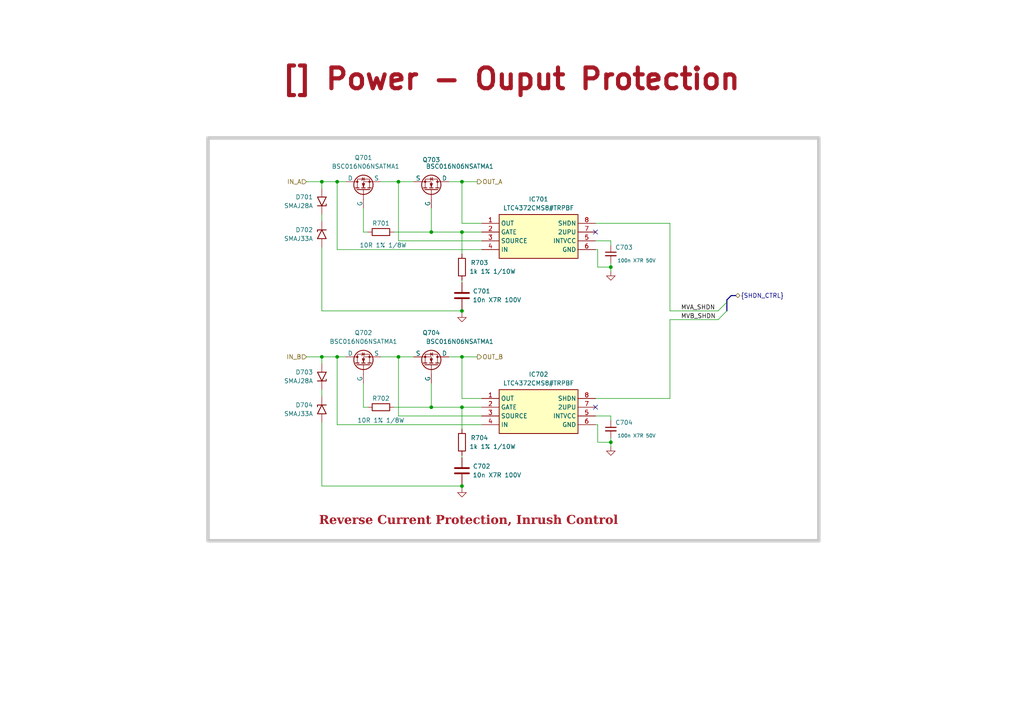
<source format=kicad_sch>
(kicad_sch (version 20231120) (generator "eeschema") (generator_version "8.0")
  (paper "A4")
  (title_block (title "Power - Ouput Protection") (date "Last Modified Date") (rev "${REVISION}") (company "${COMPANY}"))
  (lib_symbols
    (symbol "Device:C" (pin_numbers hide) (pin_names (offset 0.254))
      (property "Reference" "C" (at 0.635 2.54 0))
      (property "Value" "C" (at 0.635 -2.54 0))
      (symbol "C_0_1"
        (polyline (pts (xy -2.032 -0.762) (xy 2.032 -0.762)) (stroke (width 0.508)))
        (polyline (pts (xy -2.032 0.762) (xy 2.032 0.762)) (stroke (width 0.508)))
      )
      (symbol "C_1_1"
        (pin passive line (at 0 3.81 270) (length 2.794) (name "~") (number "1"))
        (pin passive line (at 0 -3.81 90) (length 2.794) (name "~") (number "2"))
      )
    )
    (symbol "Device:C_Small" (pin_numbers hide) (pin_names (offset 0.254) hide)
      (property "Reference" "C" (at 0.254 1.778 0))
      (property "Value" "C_Small" (at 0.254 -2.032 0))
      (symbol "C_Small_0_1"
        (polyline (pts (xy -1.524 -0.508) (xy 1.524 -0.508)) (stroke (width 0.3302)))
        (polyline (pts (xy -1.524 0.508) (xy 1.524 0.508)) (stroke (width 0.3048)))
      )
      (symbol "C_Small_1_1"
        (pin passive line (at 0 2.54 270) (length 2.032) (name "~") (number "1"))
        (pin passive line (at 0 -2.54 90) (length 2.032) (name "~") (number "2"))
      )
    )
    (symbol "Device:R" (pin_numbers hide) (pin_names (offset 0))
      (property "Reference" "R" (at 2.032 0 90))
      (property "Value" "R" (at 0 0 90))
      (symbol "R_0_1"
        (rectangle (start -1.016 -2.54) (end 1.016 2.54) (stroke (width 0.254)))
      )
      (symbol "R_1_1"
        (pin passive line (at 0 3.81 270) (length 1.27) (name "~") (number "1"))
        (pin passive line (at 0 -3.81 90) (length 1.27) (name "~") (number "2"))
      )
    )
    (symbol "Diode:SMAJ28A" (pin_numbers hide) (pin_names (offset 1.016) hide)
      (property "Reference" "D" (at 0 2.54 0))
      (property "Value" "SMAJ28A" (at 0 -2.54 0))
      (symbol "SMAJ28A_0_1"
        (polyline (pts (xy -0.762 1.27) (xy -1.27 1.27) (xy -1.27 -1.27)) (stroke (width 0.254)))
        (polyline (pts (xy 1.27 1.27) (xy 1.27 -1.27) (xy -1.27 0) (xy 1.27 1.27)) (stroke (width 0.254)))
      )
      (symbol "SMAJ28A_1_1"
        (pin passive line (at -3.81 0 0) (length 2.54) (name "A1") (number "1"))
        (pin passive line (at 3.81 0 180) (length 2.54) (name "A2") (number "2"))
      )
    )
    (symbol "Diode:SMAJ33A" (pin_numbers hide) (pin_names (offset 1.016) hide)
      (property "Reference" "D" (at 0 2.54 0))
      (property "Value" "SMAJ33A" (at 0 -2.54 0))
      (symbol "SMAJ33A_0_1"
        (polyline (pts (xy -0.762 1.27) (xy -1.27 1.27) (xy -1.27 -1.27)) (stroke (width 0.254)))
        (polyline (pts (xy 1.27 1.27) (xy 1.27 -1.27) (xy -1.27 0) (xy 1.27 1.27)) (stroke (width 0.254)))
      )
      (symbol "SMAJ33A_1_1"
        (pin passive line (at -3.81 0 0) (length 2.54) (name "A1") (number "1"))
        (pin passive line (at 3.81 0 180) (length 2.54) (name "A2") (number "2"))
      )
    )
    (symbol "LTC4372CMS8#TRPBF:LTC4372CMS8#TRPBF"
      (property "Reference" "IC602" (at 16.51 6.985 0))
      (property "Value" "LTC4372CMS8#TRPBF" (at 16.51 4.445 0))
      (symbol "LTC4372CMS8#TRPBF_1_1"
        (rectangle (start 5.08 2.54) (end 27.94 -10.16) (stroke (width 0.254)) (fill (type background)))
        (pin passive line (at 0 0 0) (length 5.08) (name "OUT") (number "1"))
        (pin passive line (at 0 -2.54 0) (length 5.08) (name "GATE") (number "2"))
        (pin passive line (at 0 -5.08 0) (length 5.08) (name "SOURCE") (number "3"))
        (pin passive line (at 0 -7.62 0) (length 5.08) (name "IN") (number "4"))
        (pin passive line (at 33.02 -5.08 180) (length 5.08) (name "INTVCC") (number "5"))
        (pin passive line (at 33.02 -7.62 180) (length 5.08) (name "GND") (number "6"))
        (pin passive line (at 33.02 -2.54 180) (length 5.08) (name "2UPU") (number "7"))
        (pin passive line (at 33.02 0 180) (length 5.08) (name "SHDN") (number "8"))
      )
    )
    (symbol "LTC4372CMS8#TRPBF_1"
      (property "Reference" "IC601" (at 16.51 6.985 0))
      (property "Value" "LTC4372CMS8#TRPBF" (at 16.51 4.445 0))
      (symbol "LTC4372CMS8#TRPBF_1_1_1"
        (rectangle (start 5.08 2.54) (end 27.94 -10.16) (stroke (width 0.254)) (fill (type background)))
        (pin passive line (at 0 0 0) (length 5.08) (name "OUT") (number "1"))
        (pin passive line (at 0 -2.54 0) (length 5.08) (name "GATE") (number "2"))
        (pin passive line (at 0 -5.08 0) (length 5.08) (name "SOURCE") (number "3"))
        (pin passive line (at 0 -7.62 0) (length 5.08) (name "IN") (number "4"))
        (pin passive line (at 33.02 -5.08 180) (length 5.08) (name "INTVCC") (number "5"))
        (pin passive line (at 33.02 -7.62 180) (length 5.08) (name "GND") (number "6"))
        (pin passive line (at 33.02 -2.54 180) (length 5.08) (name "2UPU") (number "7"))
        (pin passive line (at 33.02 0 180) (length 5.08) (name "SHDN") (number "8"))
      )
    )
    (symbol "Simulation_SPICE:NMOS" (pin_numbers hide) (pin_names (offset 0))
      (property "Reference" "Q" (at 5.08 1.27 0))
      (property "Value" "NMOS" (at 5.08 -1.27 0))
      (symbol "NMOS_0_1"
        (polyline (pts (xy 0.254 0) (xy -2.54 0)))
        (polyline (pts (xy 0.254 1.905) (xy 0.254 -1.905)) (stroke (width 0.254)))
        (polyline (pts (xy 0.762 -1.27) (xy 0.762 -2.286)) (stroke (width 0.254)))
        (polyline (pts (xy 0.762 0.508) (xy 0.762 -0.508)) (stroke (width 0.254)))
        (polyline (pts (xy 0.762 2.286) (xy 0.762 1.27)) (stroke (width 0.254)))
        (polyline (pts (xy 2.54 2.54) (xy 2.54 1.778)))
        (polyline (pts (xy 2.54 -2.54) (xy 2.54 0) (xy 0.762 0)))
        (polyline (pts (xy 0.762 -1.778) (xy 3.302 -1.778) (xy 3.302 1.778) (xy 0.762 1.778)))
        (polyline (pts (xy 1.016 0) (xy 2.032 0.381) (xy 2.032 -0.381) (xy 1.016 0)) (fill (type outline)))
        (polyline (pts (xy 2.794 0.508) (xy 2.921 0.381) (xy 3.683 0.381) (xy 3.81 0.254)))
        (polyline (pts (xy 3.302 0.381) (xy 2.921 -0.254) (xy 3.683 -0.254) (xy 3.302 0.381)))
        (circle (center 1.651 0) (radius 2.794) (stroke (width 0.254)))
        (circle (center 2.54 -1.778) (radius 0.254) (fill (type outline)))
        (circle (center 2.54 1.778) (radius 0.254) (fill (type outline)))
      )
      (symbol "NMOS_1_1"
        (pin passive line (at 2.54 5.08 270) (length 2.54) (name "D") (number "1"))
        (pin input line (at -5.08 0 0) (length 2.54) (name "G") (number "2"))
        (pin passive line (at 2.54 -5.08 90) (length 2.54) (name "S") (number "3"))
      )
    )
    (symbol "power:GND" (power) (pin_names (offset 0))
      (property "Value" "GND" (at 0 -3.81 0))
      (symbol "GND_0_1"
        (polyline (pts (xy 0 0) (xy 0 -1.27) (xy 1.27 -1.27) (xy 0 -2.54) (xy -1.27 -1.27) (xy 0 -1.27)))
      )
      (symbol "GND_1_1"
        (pin power_in line (at 0 0 270) (length 0) hide (name "GND") (number "1"))
      )
    )
  )
  (bus_alias "SHDN_CTRL" (members "MVA_SHDN" "MVB_SHDN"))
  (junction (at 125.095 118.11))
  (junction (at 133.985 140.97))
  (junction (at 97.79 103.505))
  (junction (at 97.79 52.705))
  (junction (at 115.57 52.705))
  (junction (at 133.985 103.505))
  (junction (at 93.345 52.705))
  (junction (at 133.985 118.11))
  (junction (at 177.165 128.27))
  (junction (at 133.985 52.705))
  (junction (at 93.345 103.505))
  (junction (at 115.57 103.505))
  (junction (at 177.165 77.47))
  (junction (at 125.095 67.31))
  (junction (at 133.985 67.31))
  (junction (at 133.985 90.17))
  (no_connect (at 172.72 118.11))
  (no_connect (at 172.72 67.31))
  (bus_entry (at 210.82 90.17) (size -2.54 2.54))
  (bus_entry (at 210.82 87.63) (size -2.54 2.54))
  (wire (pts (xy 133.985 141.605) (xy 133.985 140.97)))
  (wire (pts (xy 173.355 123.19) (xy 172.72 123.19)))
  (wire (pts (xy 133.985 124.46) (xy 133.985 118.11)))
  (wire (pts (xy 177.165 76.2) (xy 177.165 77.47)))
  (wire (pts (xy 133.985 90.805) (xy 133.985 90.17)))
  (wire (pts (xy 133.985 52.705) (xy 138.43 52.705)))
  (wire (pts (xy 93.345 140.97) (xy 133.985 140.97)))
  (wire (pts (xy 97.79 103.505) (xy 97.79 123.19)))
  (wire (pts (xy 194.31 90.17) (xy 208.28 90.17)))
  (wire (pts (xy 139.7 72.39) (xy 97.79 72.39)))
  (wire (pts (xy 173.355 77.47) (xy 173.355 72.39)))
  (wire (pts (xy 194.31 64.77) (xy 194.31 90.17)))
  (wire (pts (xy 93.345 71.755) (xy 93.345 90.17)))
  (wire (pts (xy 172.72 115.57) (xy 194.31 115.57)))
  (bus (pts (xy 212.09 85.725) (xy 210.82 86.995)))
  (wire (pts (xy 110.49 103.505) (xy 115.57 103.505)))
  (wire (pts (xy 105.41 118.11) (xy 105.41 111.125)))
  (wire (pts (xy 139.7 69.85) (xy 115.57 69.85)))
  (wire (pts (xy 133.985 140.97) (xy 133.985 140.335)))
  (wire (pts (xy 194.31 92.71) (xy 208.28 92.71)))
  (wire (pts (xy 177.165 71.12) (xy 177.165 69.85)))
  (bus (pts (xy 210.82 86.995) (xy 210.82 87.63)))
  (wire (pts (xy 110.49 52.705) (xy 115.57 52.705)))
  (wire (pts (xy 133.985 81.28) (xy 133.985 81.915)))
  (wire (pts (xy 173.355 128.27) (xy 173.355 123.19)))
  (wire (pts (xy 88.9 52.705) (xy 93.345 52.705)))
  (wire (pts (xy 93.345 52.705) (xy 97.79 52.705)))
  (wire (pts (xy 93.345 52.705) (xy 93.345 54.61)))
  (wire (pts (xy 125.095 60.325) (xy 125.095 67.31)))
  (wire (pts (xy 115.57 103.505) (xy 115.57 120.65)))
  (wire (pts (xy 93.345 90.17) (xy 133.985 90.17)))
  (wire (pts (xy 177.165 121.92) (xy 177.165 120.65)))
  (wire (pts (xy 177.165 77.47) (xy 177.165 78.74)))
  (wire (pts (xy 177.165 127) (xy 177.165 128.27)))
  (wire (pts (xy 130.175 52.705) (xy 133.985 52.705)))
  (wire (pts (xy 93.345 113.03) (xy 93.345 114.935)))
  (wire (pts (xy 194.31 115.57) (xy 194.31 92.71)))
  (wire (pts (xy 177.165 69.85) (xy 172.72 69.85)))
  (wire (pts (xy 133.985 67.31) (xy 139.7 67.31)))
  (wire (pts (xy 115.57 52.705) (xy 120.015 52.705)))
  (wire (pts (xy 115.57 52.705) (xy 115.57 69.85)))
  (wire (pts (xy 173.355 77.47) (xy 177.165 77.47)))
  (wire (pts (xy 133.985 132.08) (xy 133.985 132.715)))
  (bus (pts (xy 210.82 87.63) (xy 210.82 90.17)))
  (wire (pts (xy 172.72 64.77) (xy 194.31 64.77)))
  (wire (pts (xy 125.095 67.31) (xy 133.985 67.31)))
  (wire (pts (xy 133.985 64.77) (xy 133.985 52.705)))
  (wire (pts (xy 97.79 52.705) (xy 100.33 52.705)))
  (wire (pts (xy 133.985 118.11) (xy 139.7 118.11)))
  (wire (pts (xy 93.345 122.555) (xy 93.345 140.97)))
  (wire (pts (xy 93.345 103.505) (xy 97.79 103.505)))
  (wire (pts (xy 115.57 103.505) (xy 120.015 103.505)))
  (wire (pts (xy 114.3 67.31) (xy 125.095 67.31)))
  (wire (pts (xy 114.3 118.11) (xy 125.095 118.11)))
  (wire (pts (xy 133.985 90.17) (xy 133.985 89.535)))
  (wire (pts (xy 130.175 103.505) (xy 133.985 103.505)))
  (wire (pts (xy 173.355 72.39) (xy 172.72 72.39)))
  (wire (pts (xy 133.985 115.57) (xy 133.985 103.505)))
  (wire (pts (xy 139.7 64.77) (xy 133.985 64.77)))
  (wire (pts (xy 97.79 52.705) (xy 97.79 72.39)))
  (bus (pts (xy 213.36 85.725) (xy 212.09 85.725)))
  (wire (pts (xy 133.985 103.505) (xy 138.43 103.505)))
  (wire (pts (xy 106.68 118.11) (xy 105.41 118.11)))
  (wire (pts (xy 139.7 120.65) (xy 115.57 120.65)))
  (wire (pts (xy 97.79 103.505) (xy 100.33 103.505)))
  (wire (pts (xy 139.7 123.19) (xy 97.79 123.19)))
  (wire (pts (xy 105.41 67.31) (xy 105.41 60.325)))
  (wire (pts (xy 139.7 115.57) (xy 133.985 115.57)))
  (wire (pts (xy 93.345 62.23) (xy 93.345 64.135)))
  (wire (pts (xy 106.68 67.31) (xy 105.41 67.31)))
  (wire (pts (xy 177.165 128.27) (xy 177.165 129.54)))
  (wire (pts (xy 177.165 120.65) (xy 172.72 120.65)))
  (wire (pts (xy 125.095 111.125) (xy 125.095 118.11)))
  (wire (pts (xy 93.345 103.505) (xy 93.345 105.41)))
  (wire (pts (xy 133.985 73.66) (xy 133.985 67.31)))
  (wire (pts (xy 125.095 118.11) (xy 133.985 118.11)))
  (wire (pts (xy 88.9 103.505) (xy 93.345 103.505)))
  (wire (pts (xy 173.355 128.27) (xy 177.165 128.27)))
  (rectangle (start 60.325 40.005) (end 237.49 156.845) (stroke (width 1) (color 200 200 200 1)))
  (text_box "[${#}] ${TITLE}" (at 11.43 16.51 0) (size 273.685 12.7) (stroke (width -0.0001)) (effects (font (size 6 6) (thickness 1.2) (bold yes))))
  (text_box "Reverse Current Protection, Inrush Control " (at 60.96 147.32 0) (size 149.86 6.985) (stroke (width -0.0001)) (effects (font (size 2.54 2.54) (thickness 0.508) (bold yes)) (justify bottom)))
  (label "MVA_SHDN" (at 197.485 90.17 0))
  (label "MVB_SHDN" (at 197.485 92.71 0))
  (hierarchical_label "IN_A" (shape input) (at 88.9 52.705 180))
  (hierarchical_label "OUT_B" (shape output) (at 138.43 103.505 0))
  (hierarchical_label "{SHDN_CTRL}" (shape bidirectional) (at 213.36 85.725 0))
  (hierarchical_label "OUT_A" (shape output) (at 138.43 52.705 0))
  (hierarchical_label "IN_B" (shape input) (at 88.9 103.505 180))
  (symbol (lib_id "Diode:SMAJ33A") (at 93.345 118.745 90) (mirror x) (unit 1)
    (property "Reference" "D704" (at 90.805 117.475 90) (effects (justify left)))
    (property "Value" "SMAJ33A" (at 90.805 120.015 90) (effects (justify left)))
    (property "Footprint" "Diode_SMD:D_SMA" (effects (hide yes)))
    (property "Datasheet" "https://www.littelfuse.com/media?resourcetype=datasheets&itemid=75e32973-b177-4ee3-a0ff-cedaf1abdb93&filename=smaj-datasheet" (effects (hide yes)))
  )
  (symbol (lib_id "Device:R") (at 133.985 77.47 0) (unit 1)
    (property "Reference" "R703" (at 139.065 76.2 0))
    (property "Value" "1k 1% 1/10W" (at 142.875 78.74 0))
    (property "Footprint" "0_resistor_smd:R_0603_1608_DensityHigh" (effects (hide yes)))
  )
  (symbol (lib_id "Diode:SMAJ28A") (at 93.345 58.42 270) (mirror x) (unit 1)
    (property "Reference" "D701" (at 90.805 57.15 90) (effects (justify right)))
    (property "Value" "SMAJ28A" (at 90.805 59.69 90) (effects (justify right)))
    (property "Footprint" "Diode_SMD:D_SMA" (effects (hide yes)))
    (property "Datasheet" "https://www.littelfuse.com/media?resourcetype=datasheets&itemid=75e32973-b177-4ee3-a0ff-cedaf1abdb93&filename=smaj-datasheet" (effects (hide yes)))
  )
  (symbol (lib_id "Device:C") (at 133.985 136.525 0) (mirror x) (unit 1)
    (property "Reference" "C702" (at 139.7 135.255 0))
    (property "Value" "10n X7R 100V" (at 144.145 137.795 0))
    (property "Footprint" "0_capacitor_smd:C_0402_1005_DensityHigh" (effects (hide yes)))
  )
  (symbol (lib_id "Simulation_SPICE:NMOS") (at 125.095 106.045 270) (mirror x) (unit 1)
    (property "Reference" "Q704" (at 125.095 96.52 90))
    (property "Value" "BSC016N06NSATMA1" (at 133.35 99.06 90))
    (property "Footprint" "0_transistor_fet:PG-TDSON-8_INF" (effects (hide yes)))
    (property "Datasheet" "https://ngspice.sourceforge.io/docs/ngspice-manual.pdf" (effects (hide yes)))
    (property "Sim.Device" "NMOS" (effects (hide yes)))
    (property "Sim.Type" "VDMOS" (effects (hide yes)))
    (property "Sim.Pins" "1=D 2=G 3=S" (effects (hide yes)))
  )
  (symbol (lib_id "Device:C") (at 133.985 85.725 0) (mirror x) (unit 1)
    (property "Reference" "C701" (at 139.7 84.455 0))
    (property "Value" "10n X7R 100V" (at 144.145 86.995 0))
    (property "Footprint" "0_capacitor_smd:C_0402_1005_DensityHigh" (effects (hide yes)))
  )
  (symbol (lib_id "Diode:SMAJ28A") (at 93.345 109.22 270) (mirror x) (unit 1)
    (property "Reference" "D703" (at 90.805 107.95 90) (effects (justify right)))
    (property "Value" "SMAJ28A" (at 90.805 110.49 90) (effects (justify right)))
    (property "Footprint" "Diode_SMD:D_SMA" (effects (hide yes)))
    (property "Datasheet" "https://www.littelfuse.com/media?resourcetype=datasheets&itemid=75e32973-b177-4ee3-a0ff-cedaf1abdb93&filename=smaj-datasheet" (effects (hide yes)))
  )
  (symbol (lib_id "Device:R") (at 110.49 118.11 90) (unit 1)
    (property "Reference" "R702" (at 110.49 115.57 90))
    (property "Value" "10R 1% 1/8W" (at 110.49 121.92 90))
    (property "Footprint" "0_resistor_smd:R_0805_2012_DensityHigh" (effects (hide yes)))
  )
  (symbol (lib_id "power:GND") (at 133.985 90.805 0) (unit 1)
    (property "Reference" "#PWR0701" (effects (hide yes)))
    (property "Value" "GND" (effects (hide yes)))
  )
  (symbol (lib_id "Device:C_Small") (at 177.165 73.66 0) (unit 1)
    (property "Reference" "C703" (at 178.435 71.755 0) (effects (justify left)))
    (property "Value" "100n X7R 50V" (at 179.07 75.565 0) (effects (font (size 1 1)) (justify left)))
    (property "Footprint" "0_capacitor_smd:C_0402_1005_DensityHigh" (effects (hide yes)))
    (property "Datasheet" "https://search.murata.co.jp/Ceramy/image/img/A01X/G101/ENG/GCM155R71H104KE02-01.pdf" (effects (hide yes)))
    (property "Description" "0.1 µF ±10% 50V Ceramic Capacitor X7R 0402 (1005 Metric)" (effects (hide yes)))
    (property "Manufacturer" "Murata Electronics" (effects (hide yes)))
    (property "Manufacturer Part Number" "GCM155R71H104KE02J" (effects (hide yes)))
    (property "Supplier 1" "Digikey" (effects (hide yes)))
    (property "Supplier Part Number 1" "490-14514-1-ND" (effects (hide yes)))
  )
  (symbol (lib_name "LTC4372CMS8#TRPBF_1") (lib_id "LTC4372CMS8#TRPBF:LTC4372CMS8#TRPBF") (at 139.7 64.77 0) (unit 1)
    (property "Reference" "IC701" (at 156.21 57.785 0))
    (property "Value" "LTC4372CMS8#TRPBF" (at 156.21 60.325 0))
    (property "Footprint" "0_package_SOT_TO_SMD:SOP65P490X110-8N" (effects (hide yes)))
    (property "Datasheet" "https://www.arrow.com/en/products/ltc4372cms8trpbf/analog-devices" (effects (hide yes)))
    (property "Height" "1.1" (effects (hide yes)))
    (property "Mouser Part Number" "584-LTC4372CMS8TRPBF" (effects (hide yes)))
    (property "Mouser Price/Stock" "https://www.mouser.co.uk/ProductDetail/Analog-Devices/LTC4372CMS8TRPBF?qs=T94vaHKWudSmRk6S7wUTVw%3D%3D" (effects (hide yes)))
    (property "Manufacturer_Name" "Analog Devices" (effects (hide yes)))
    (property "Manufacturer_Part_Number" "LTC4372CMS8#TRPBF" (effects (hide yes)))
  )
  (symbol (lib_id "power:GND") (at 133.985 141.605 0) (unit 1)
    (property "Reference" "#PWR0702" (effects (hide yes)))
    (property "Value" "GND" (effects (hide yes)))
  )
  (symbol (lib_id "Simulation_SPICE:NMOS") (at 105.41 106.045 90) (unit 1)
    (property "Reference" "Q702" (at 105.41 96.52 90))
    (property "Value" "BSC016N06NSATMA1" (at 105.41 99.06 90))
    (property "Footprint" "0_transistor_fet:PG-TDSON-8_INF" (effects (hide yes)))
    (property "Datasheet" "https://ngspice.sourceforge.io/docs/ngspice-manual.pdf" (effects (hide yes)))
    (property "Sim.Device" "NMOS" (effects (hide yes)))
    (property "Sim.Type" "VDMOS" (effects (hide yes)))
    (property "Sim.Pins" "1=D 2=G 3=S" (effects (hide yes)))
  )
  (symbol (lib_id "Simulation_SPICE:NMOS") (at 105.41 55.245 90) (unit 1)
    (property "Reference" "Q701" (at 105.41 45.72 90))
    (property "Value" "BSC016N06NSATMA1" (at 106.045 48.26 90))
    (property "Footprint" "0_transistor_fet:PG-TDSON-8_INF" (effects (hide yes)))
    (property "Datasheet" "https://ngspice.sourceforge.io/docs/ngspice-manual.pdf" (effects (hide yes)))
    (property "Sim.Device" "NMOS" (effects (hide yes)))
    (property "Sim.Type" "VDMOS" (effects (hide yes)))
    (property "Sim.Pins" "1=D 2=G 3=S" (effects (hide yes)))
  )
  (symbol (lib_id "power:GND") (at 177.165 129.54 0) (unit 1)
    (property "Reference" "#PWR0704" (effects (hide yes)))
    (property "Value" "GND" (effects (hide yes)))
  )
  (symbol (lib_id "power:GND") (at 177.165 78.74 0) (unit 1)
    (property "Reference" "#PWR0703" (effects (hide yes)))
    (property "Value" "GND" (effects (hide yes)))
  )
  (symbol (lib_id "Device:R") (at 110.49 67.31 90) (unit 1)
    (property "Reference" "R701" (at 110.49 64.77 90))
    (property "Value" "10R 1% 1/8W" (at 111.125 71.12 90))
    (property "Footprint" "0_resistor_smd:R_0805_2012_DensityHigh" (effects (hide yes)))
  )
  (symbol (lib_id "Simulation_SPICE:NMOS") (at 125.095 55.245 270) (mirror x) (unit 1)
    (property "Reference" "Q703" (at 125.095 46.355 90))
    (property "Value" "BSC016N06NSATMA1" (at 133.35 48.26 90))
    (property "Footprint" "0_transistor_fet:PG-TDSON-8_INF" (effects (hide yes)))
    (property "Datasheet" "https://ngspice.sourceforge.io/docs/ngspice-manual.pdf" (effects (hide yes)))
    (property "Sim.Device" "NMOS" (effects (hide yes)))
    (property "Sim.Type" "VDMOS" (effects (hide yes)))
    (property "Sim.Pins" "1=D 2=G 3=S" (effects (hide yes)))
  )
  (symbol (lib_id "Diode:SMAJ33A") (at 93.345 67.945 90) (mirror x) (unit 1)
    (property "Reference" "D702" (at 90.805 66.675 90) (effects (justify left)))
    (property "Value" "SMAJ33A" (at 90.805 69.215 90) (effects (justify left)))
    (property "Footprint" "Diode_SMD:D_SMA" (effects (hide yes)))
    (property "Datasheet" "https://www.littelfuse.com/media?resourcetype=datasheets&itemid=75e32973-b177-4ee3-a0ff-cedaf1abdb93&filename=smaj-datasheet" (effects (hide yes)))
  )
  (symbol (lib_id "LTC4372CMS8#TRPBF:LTC4372CMS8#TRPBF") (at 139.7 115.57 0) (unit 1)
    (property "Reference" "IC702" (at 156.21 108.585 0))
    (property "Value" "LTC4372CMS8#TRPBF" (at 156.21 111.125 0))
    (property "Footprint" "0_package_SOT_TO_SMD:SOP65P490X110-8N" (effects (hide yes)))
    (property "Datasheet" "https://www.arrow.com/en/products/ltc4372cms8trpbf/analog-devices" (effects (hide yes)))
    (property "Height" "1.1" (effects (hide yes)))
    (property "Mouser Part Number" "584-LTC4372CMS8TRPBF" (effects (hide yes)))
    (property "Mouser Price/Stock" "https://www.mouser.co.uk/ProductDetail/Analog-Devices/LTC4372CMS8TRPBF?qs=T94vaHKWudSmRk6S7wUTVw%3D%3D" (effects (hide yes)))
    (property "Manufacturer_Name" "Analog Devices" (effects (hide yes)))
    (property "Manufacturer_Part_Number" "LTC4372CMS8#TRPBF" (effects (hide yes)))
  )
  (symbol (lib_id "Device:R") (at 133.985 128.27 0) (unit 1)
    (property "Reference" "R704" (at 139.065 127 0))
    (property "Value" "1k 1% 1/10W" (at 142.875 129.54 0))
    (property "Footprint" "0_resistor_smd:R_0603_1608_DensityHigh" (effects (hide yes)))
  )
  (symbol (lib_id "Device:C_Small") (at 177.165 124.46 0) (unit 1)
    (property "Reference" "C704" (at 178.435 122.555 0) (effects (justify left)))
    (property "Value" "100n X7R 50V" (at 179.07 126.365 0) (effects (font (size 1 1)) (justify left)))
    (property "Footprint" "0_capacitor_smd:C_0402_1005_DensityHigh" (effects (hide yes)))
    (property "Datasheet" "https://search.murata.co.jp/Ceramy/image/img/A01X/G101/ENG/GCM155R71H104KE02-01.pdf" (effects (hide yes)))
    (property "Description" "0.1 µF ±10% 50V Ceramic Capacitor X7R 0402 (1005 Metric)" (effects (hide yes)))
    (property "Manufacturer" "Murata Electronics" (effects (hide yes)))
    (property "Manufacturer Part Number" "GCM155R71H104KE02J" (effects (hide yes)))
    (property "Supplier 1" "Digikey" (effects (hide yes)))
    (property "Supplier Part Number 1" "490-14514-1-ND" (effects (hide yes)))
  )
)
</source>
